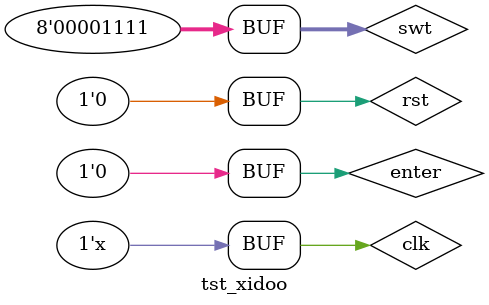
<source format=sv>

`timescale 1ns/100ps

module tst_xidoo;
    logic           rst;    // Master reset
    logic           clk;    // Master clock
    logic [7:0]     swt;    // input 
    logic           enter;  // enter
    logic [7:0]     leds;   // output
    logic           halt;   // halt
    
    // device under test
    xidoo dut (
        .RST(rst),      // Master reset
        .CLK(clk),      // Master clock
        .SWT(swt),      // input 
        .Enter(enter),  // enter
        .LEDs(leds),    // output
        .Halt(halt)     // halt
    );

    // stimuli
    initial	begin : Reset_Reloj	
			 //swt = 8'b00001000;
			 clk <= 1'b0;
		     rst <= 1'b1;
		#100 rst <= 1'b0;
    end	: Reset_Reloj
	
	always #10 clk = ~clk; 


    // input
	initial begin : entrada
		swt <= 8'b00000110;
		//wait for 220 ns;
        #320 swt <= 8'b00001111;
        //wait;
    end : entrada

    // push buttom
	initial begin : pushB
//		enter <= '0';
//		wait for 140 ns;
//		enter <= '1';
//		wait for 20 ns;
//		enter <= '0';
//		wait;	   

//		enter <= '0';
//		wait for 320 ns;
//		enter <= '1';
//		wait for 20 ns;
//		enter <= '0';
//		wait;		   

		enter <= 1'b0;
		//wait for 120 ns;
        #150 enter <= 1'b1;
		//wait for 20 ns;
        #40 enter <= 1'b0;
		//wait for 180 ns;
        #180 enter <= 1'b1;
		//wait for 20 ns;
        #40	enter <= 1'b0;
        enter <= 1'b0;

		//wait;
    end : pushB

		
//		STF <= '1';
//		wait for 20 ns;
//		STF <= '0';
//		wait for 999980 ns;
		
//	always begin : Muestreador  
//		#980   STF = 1'b1;
//		#20 STF = 1'b0;
//	end
		
endmodule

</source>
